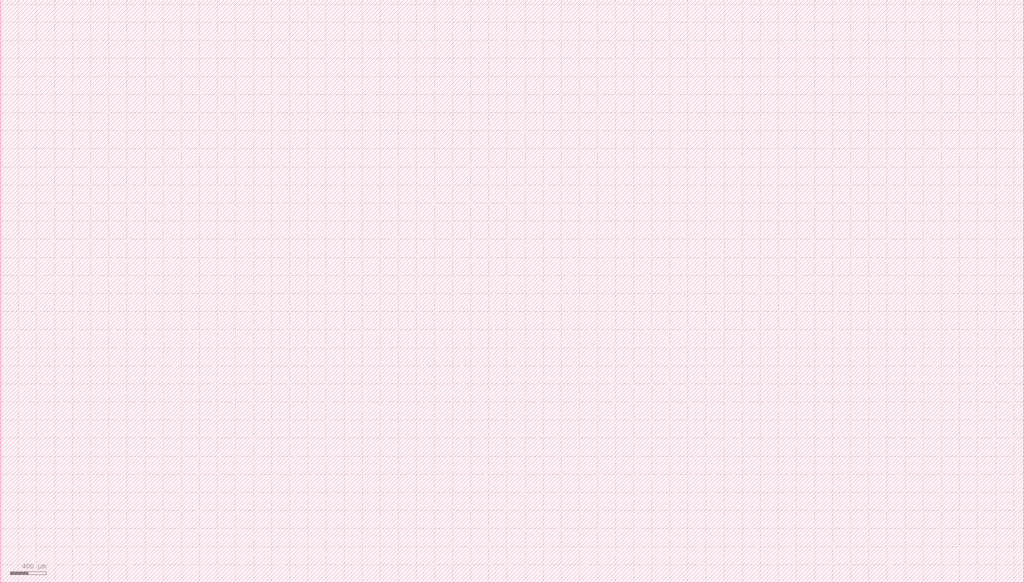
<source format=lef>
MACRO C0
     SIZE 4302 BY 2223 ;
END C0
MACRO C1
     SIZE 10418 BY 3815 ;
END C1
MACRO C2
     SIZE 8447 BY 3056 ;
END C2
MACRO C3
     SIZE 11393 BY 2149 ;
END C3
MACRO C4
     SIZE 11313 BY 6449 ;
END C4

</source>
